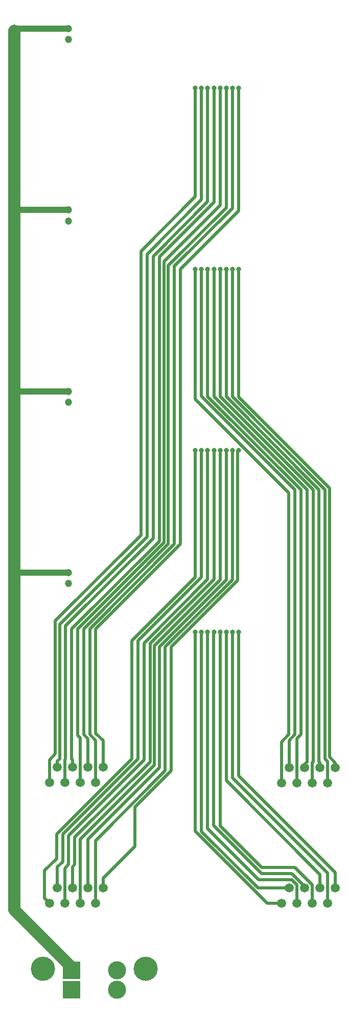
<source format=gbr>
G04 #@! TF.GenerationSoftware,KiCad,Pcbnew,5.0.1*
G04 #@! TF.CreationDate,2019-03-03T01:18:44-08:00*
G04 #@! TF.ProjectId,piboard,7069626F6172642E6B696361645F7063,rev?*
G04 #@! TF.SameCoordinates,Original*
G04 #@! TF.FileFunction,Copper,L2,Bot,Signal*
G04 #@! TF.FilePolarity,Positive*
%FSLAX46Y46*%
G04 Gerber Fmt 4.6, Leading zero omitted, Abs format (unit mm)*
G04 Created by KiCad (PCBNEW 5.0.1) date Sun 03 Mar 2019 01:18:44 AM PST*
%MOMM*%
%LPD*%
G01*
G04 APERTURE LIST*
G04 #@! TA.AperFunction,ComponentPad*
%ADD10C,0.800000*%
G04 #@! TD*
G04 #@! TA.AperFunction,ComponentPad*
%ADD11C,1.500000*%
G04 #@! TD*
G04 #@! TA.AperFunction,ComponentPad*
%ADD12R,3.000000X3.000000*%
G04 #@! TD*
G04 #@! TA.AperFunction,ComponentPad*
%ADD13C,3.000000*%
G04 #@! TD*
G04 #@! TA.AperFunction,ComponentPad*
%ADD14C,4.000000*%
G04 #@! TD*
G04 #@! TA.AperFunction,ComponentPad*
%ADD15C,1.200000*%
G04 #@! TD*
G04 #@! TA.AperFunction,Conductor*
%ADD16C,0.500000*%
G04 #@! TD*
G04 #@! TA.AperFunction,Conductor*
%ADD17C,2.000000*%
G04 #@! TD*
G04 #@! TA.AperFunction,Conductor*
%ADD18C,1.000000*%
G04 #@! TD*
G04 APERTURE END LIST*
D10*
G04 #@! TO.P,J6,8*
G04 #@! TO.N,Net-(J5-Pad8)*
X44500000Y-68500000D03*
G04 #@! TO.P,J6,7*
G04 #@! TO.N,Net-(J5-Pad7)*
X45520000Y-68500000D03*
G04 #@! TO.P,J6,6*
G04 #@! TO.N,Net-(J5-Pad6)*
X46540000Y-68500000D03*
G04 #@! TO.P,J6,5*
G04 #@! TO.N,Net-(J5-Pad5)*
X47560000Y-68500000D03*
G04 #@! TO.P,J6,4*
G04 #@! TO.N,Net-(J5-Pad4)*
X48580000Y-68500000D03*
G04 #@! TO.P,J6,3*
G04 #@! TO.N,Net-(J5-Pad3)*
X49600000Y-68500000D03*
G04 #@! TO.P,J6,2*
G04 #@! TO.N,Net-(J5-Pad2)*
X50620000Y-68500000D03*
G04 #@! TO.P,J6,1*
G04 #@! TO.N,Net-(J5-Pad1)*
X51640000Y-68500000D03*
G04 #@! TD*
D11*
G04 #@! TO.P,J3,8*
G04 #@! TO.N,Net-(J3-Pad8)*
X20340000Y-173390000D03*
G04 #@! TO.P,J3,7*
G04 #@! TO.N,Net-(J3-Pad7)*
X21610000Y-170850000D03*
G04 #@! TO.P,J3,6*
G04 #@! TO.N,Net-(J3-Pad6)*
X22880000Y-173390000D03*
G04 #@! TO.P,J3,5*
G04 #@! TO.N,Net-(J3-Pad5)*
X24150000Y-170850000D03*
G04 #@! TO.P,J3,4*
G04 #@! TO.N,Net-(J3-Pad4)*
X25420000Y-173390000D03*
G04 #@! TO.P,J3,3*
G04 #@! TO.N,Net-(J3-Pad3)*
X26690000Y-170850000D03*
G04 #@! TO.P,J3,2*
G04 #@! TO.N,Net-(J3-Pad2)*
X27960000Y-173390000D03*
G04 #@! TO.P,J3,1*
G04 #@! TO.N,Net-(J3-Pad1)*
X29230000Y-170850000D03*
G04 #@! TD*
G04 #@! TO.P,J1,8*
G04 #@! TO.N,Net-(J1-Pad8)*
X20340000Y-153390000D03*
G04 #@! TO.P,J1,7*
G04 #@! TO.N,Net-(J1-Pad7)*
X21610000Y-150850000D03*
G04 #@! TO.P,J1,6*
G04 #@! TO.N,Net-(J1-Pad6)*
X22880000Y-153390000D03*
G04 #@! TO.P,J1,5*
G04 #@! TO.N,Net-(J1-Pad5)*
X24150000Y-150850000D03*
G04 #@! TO.P,J1,4*
G04 #@! TO.N,Net-(J1-Pad4)*
X25420000Y-153390000D03*
G04 #@! TO.P,J1,3*
G04 #@! TO.N,Net-(J1-Pad3)*
X26690000Y-150850000D03*
G04 #@! TO.P,J1,2*
G04 #@! TO.N,Net-(J1-Pad2)*
X27960000Y-153390000D03*
G04 #@! TO.P,J1,1*
G04 #@! TO.N,Net-(J1-Pad1)*
X29230000Y-150850000D03*
G04 #@! TD*
G04 #@! TO.P,J5,1*
G04 #@! TO.N,Net-(J5-Pad1)*
X67675000Y-150975001D03*
G04 #@! TO.P,J5,2*
G04 #@! TO.N,Net-(J5-Pad2)*
X66405000Y-153515001D03*
G04 #@! TO.P,J5,3*
G04 #@! TO.N,Net-(J5-Pad3)*
X65135000Y-150975001D03*
G04 #@! TO.P,J5,4*
G04 #@! TO.N,Net-(J5-Pad4)*
X63865000Y-153515001D03*
G04 #@! TO.P,J5,5*
G04 #@! TO.N,Net-(J5-Pad5)*
X62595000Y-150975001D03*
G04 #@! TO.P,J5,6*
G04 #@! TO.N,Net-(J5-Pad6)*
X61325000Y-153515001D03*
G04 #@! TO.P,J5,7*
G04 #@! TO.N,Net-(J5-Pad7)*
X60055000Y-150975001D03*
G04 #@! TO.P,J5,8*
G04 #@! TO.N,Net-(J5-Pad8)*
X58785000Y-153515001D03*
G04 #@! TD*
D10*
G04 #@! TO.P,J8,8*
G04 #@! TO.N,Net-(J7-Pad8)*
X44500000Y-128500000D03*
G04 #@! TO.P,J8,7*
G04 #@! TO.N,Net-(J7-Pad7)*
X45520000Y-128500000D03*
G04 #@! TO.P,J8,6*
G04 #@! TO.N,Net-(J7-Pad6)*
X46540000Y-128500000D03*
G04 #@! TO.P,J8,5*
G04 #@! TO.N,Net-(J7-Pad5)*
X47560000Y-128500000D03*
G04 #@! TO.P,J8,4*
G04 #@! TO.N,Net-(J7-Pad4)*
X48580000Y-128500000D03*
G04 #@! TO.P,J8,3*
G04 #@! TO.N,Net-(J7-Pad3)*
X49600000Y-128500000D03*
G04 #@! TO.P,J8,2*
G04 #@! TO.N,Net-(J7-Pad2)*
X50620000Y-128500000D03*
G04 #@! TO.P,J8,1*
G04 #@! TO.N,Net-(J7-Pad1)*
X51640000Y-128500000D03*
G04 #@! TD*
G04 #@! TO.P,J2,8*
G04 #@! TO.N,Net-(J1-Pad8)*
X44500000Y-38500000D03*
G04 #@! TO.P,J2,7*
G04 #@! TO.N,Net-(J1-Pad7)*
X45520000Y-38500000D03*
G04 #@! TO.P,J2,6*
G04 #@! TO.N,Net-(J1-Pad6)*
X46540000Y-38500000D03*
G04 #@! TO.P,J2,5*
G04 #@! TO.N,Net-(J1-Pad5)*
X47560000Y-38500000D03*
G04 #@! TO.P,J2,4*
G04 #@! TO.N,Net-(J1-Pad4)*
X48580000Y-38500000D03*
G04 #@! TO.P,J2,3*
G04 #@! TO.N,Net-(J1-Pad3)*
X49600000Y-38500000D03*
G04 #@! TO.P,J2,2*
G04 #@! TO.N,Net-(J1-Pad2)*
X50620000Y-38500000D03*
G04 #@! TO.P,J2,1*
G04 #@! TO.N,Net-(J1-Pad1)*
X51640000Y-38500000D03*
G04 #@! TD*
G04 #@! TO.P,J4,1*
G04 #@! TO.N,Net-(J3-Pad1)*
X51640000Y-98500000D03*
G04 #@! TO.P,J4,2*
G04 #@! TO.N,Net-(J3-Pad2)*
X50620000Y-98500000D03*
G04 #@! TO.P,J4,3*
G04 #@! TO.N,Net-(J3-Pad3)*
X49600000Y-98500000D03*
G04 #@! TO.P,J4,4*
G04 #@! TO.N,Net-(J3-Pad4)*
X48580000Y-98500000D03*
G04 #@! TO.P,J4,5*
G04 #@! TO.N,Net-(J3-Pad5)*
X47560000Y-98500000D03*
G04 #@! TO.P,J4,6*
G04 #@! TO.N,Net-(J3-Pad6)*
X46540000Y-98500000D03*
G04 #@! TO.P,J4,7*
G04 #@! TO.N,Net-(J3-Pad7)*
X45520000Y-98500000D03*
G04 #@! TO.P,J4,8*
G04 #@! TO.N,Net-(J3-Pad8)*
X44500000Y-98500000D03*
G04 #@! TD*
D12*
G04 #@! TO.P,J13,1*
G04 #@! TO.N,Net-(J13-Pad1)*
X24000000Y-184500000D03*
X24000000Y-187680000D03*
D13*
G04 #@! TO.P,J13,2*
G04 #@! TO.N,Net-(J13-Pad2)*
X31490000Y-184500000D03*
X31490000Y-187680000D03*
D14*
G04 #@! TO.P,J13,*
G04 #@! TO.N,*
X19250000Y-184250000D03*
X36240000Y-184250000D03*
G04 #@! TD*
D11*
G04 #@! TO.P,J7,8*
G04 #@! TO.N,Net-(J7-Pad8)*
X58770000Y-173390000D03*
G04 #@! TO.P,J7,7*
G04 #@! TO.N,Net-(J7-Pad7)*
X60040000Y-170850000D03*
G04 #@! TO.P,J7,6*
G04 #@! TO.N,Net-(J7-Pad6)*
X61310000Y-173390000D03*
G04 #@! TO.P,J7,5*
G04 #@! TO.N,Net-(J7-Pad5)*
X62580000Y-170850000D03*
G04 #@! TO.P,J7,4*
G04 #@! TO.N,Net-(J7-Pad4)*
X63850000Y-173390000D03*
G04 #@! TO.P,J7,3*
G04 #@! TO.N,Net-(J7-Pad3)*
X65120000Y-170850000D03*
G04 #@! TO.P,J7,2*
G04 #@! TO.N,Net-(J7-Pad2)*
X66390000Y-173390000D03*
G04 #@! TO.P,J7,1*
G04 #@! TO.N,Net-(J7-Pad1)*
X67660000Y-170850000D03*
G04 #@! TD*
D15*
G04 #@! TO.P,J14,2*
G04 #@! TO.N,Net-(J13-Pad1)*
X23500000Y-58700000D03*
G04 #@! TO.P,J14,1*
G04 #@! TO.N,Net-(J13-Pad2)*
X23500000Y-60500000D03*
G04 #@! TD*
G04 #@! TO.P,J15,1*
G04 #@! TO.N,Net-(J13-Pad2)*
X23500000Y-90500000D03*
G04 #@! TO.P,J15,2*
G04 #@! TO.N,Net-(J13-Pad1)*
X23500000Y-88700000D03*
G04 #@! TD*
G04 #@! TO.P,J16,2*
G04 #@! TO.N,Net-(J13-Pad1)*
X23500000Y-118700000D03*
G04 #@! TO.P,J16,1*
G04 #@! TO.N,Net-(J13-Pad2)*
X23500000Y-120500000D03*
G04 #@! TD*
G04 #@! TO.P,J17,1*
G04 #@! TO.N,Net-(J13-Pad2)*
X23500000Y-30500000D03*
G04 #@! TO.P,J17,2*
G04 #@! TO.N,Net-(J13-Pad1)*
X23500000Y-28700000D03*
G04 #@! TD*
D16*
G04 #@! TO.N,Net-(J7-Pad1)*
X67660000Y-170850000D02*
X67660000Y-168336990D01*
X51640000Y-152316990D02*
X51640000Y-128500000D01*
X67660000Y-168336990D02*
X51640000Y-152316990D01*
G04 #@! TO.N,Net-(J7-Pad2)*
X66390000Y-173390000D02*
X66390000Y-168390000D01*
X50620000Y-152620000D02*
X50620000Y-128500000D01*
X66390000Y-168390000D02*
X50620000Y-152620000D01*
G04 #@! TO.N,Net-(J7-Pad3)*
X65120000Y-170850000D02*
X65120000Y-168620000D01*
X49600000Y-153100000D02*
X49600000Y-128500000D01*
X65120000Y-168620000D02*
X49600000Y-153100000D01*
G04 #@! TO.N,Net-(J7-Pad4)*
X63850000Y-173390000D02*
X63850000Y-170350000D01*
X63850000Y-170350000D02*
X61000000Y-167500000D01*
X61000000Y-167500000D02*
X55500000Y-167500000D01*
X48580000Y-160580000D02*
X48580000Y-128500000D01*
X55500000Y-167500000D02*
X48580000Y-160580000D01*
G04 #@! TO.N,Net-(J7-Pad5)*
X62580000Y-170580000D02*
X60500000Y-168500000D01*
X60500000Y-168500000D02*
X55500000Y-168500000D01*
X55500000Y-168500000D02*
X47500000Y-160500000D01*
X47500000Y-160500000D02*
X47500000Y-128560000D01*
G04 #@! TO.N,Net-(J7-Pad6)*
X61310000Y-173390000D02*
X61310000Y-170310000D01*
X61310000Y-170310000D02*
X60500000Y-169500000D01*
X60500000Y-169500000D02*
X55000000Y-169500000D01*
X46540000Y-161040000D02*
X46540000Y-128500000D01*
X55000000Y-169500000D02*
X46540000Y-161040000D01*
G04 #@! TO.N,Net-(J7-Pad7)*
X60040000Y-170850000D02*
X54850000Y-170850000D01*
X45520000Y-161520000D02*
X45520000Y-128500000D01*
X54850000Y-170850000D02*
X45520000Y-161520000D01*
G04 #@! TO.N,Net-(J7-Pad8)*
X58770000Y-173390000D02*
X56390000Y-173390000D01*
X44500000Y-161500000D02*
X44500000Y-128500000D01*
X56390000Y-173390000D02*
X44500000Y-161500000D01*
G04 #@! TO.N,Net-(J5-Pad8)*
X44500000Y-90000000D02*
X44500000Y-68500000D01*
X60000000Y-105500000D02*
X44500000Y-90000000D01*
X60000000Y-145500000D02*
X60000000Y-105500000D01*
X58785000Y-153515001D02*
X58785000Y-146715000D01*
X58785000Y-146715000D02*
X60000000Y-145500000D01*
G04 #@! TO.N,Net-(J5-Pad7)*
X45500000Y-89500000D02*
X45500000Y-68520000D01*
X61000000Y-105000000D02*
X45500000Y-89500000D01*
X60055000Y-150975001D02*
X60055000Y-146445000D01*
X61000000Y-145500000D02*
X61000000Y-105000000D01*
X60055000Y-146445000D02*
X61000000Y-145500000D01*
G04 #@! TO.N,Net-(J5-Pad6)*
X46540000Y-89540000D02*
X46540000Y-68500000D01*
X62000000Y-105000000D02*
X46540000Y-89540000D01*
X62000000Y-145500000D02*
X62000000Y-105000000D01*
X61325000Y-153515001D02*
X61325000Y-146175000D01*
X61325000Y-146175000D02*
X62000000Y-145500000D01*
G04 #@! TO.N,Net-(J5-Pad5)*
X63000000Y-105000000D02*
X47560000Y-89560000D01*
X47560000Y-89560000D02*
X47560000Y-68500000D01*
X63000000Y-150000000D02*
X63000000Y-105000000D01*
X62595000Y-150975001D02*
X62595000Y-150405000D01*
X62595000Y-150405000D02*
X63000000Y-150000000D01*
G04 #@! TO.N,Net-(J5-Pad4)*
X48580000Y-89580000D02*
X48580000Y-68500000D01*
X64000000Y-105000000D02*
X48580000Y-89580000D01*
X64000000Y-150000000D02*
X64000000Y-105000000D01*
X63865000Y-153515001D02*
X63865000Y-150135000D01*
X63865000Y-150135000D02*
X64000000Y-150000000D01*
G04 #@! TO.N,Net-(J5-Pad3)*
X49600000Y-89600000D02*
X49600000Y-68500000D01*
X65000000Y-150000000D02*
X65000000Y-105000000D01*
X65000000Y-105000000D02*
X49600000Y-89600000D01*
X65135000Y-150975001D02*
X65135000Y-150135000D01*
X65135000Y-150135000D02*
X65000000Y-150000000D01*
G04 #@! TO.N,Net-(J5-Pad2)*
X50620000Y-89620000D02*
X50620000Y-68500000D01*
X66000000Y-105000000D02*
X50620000Y-89620000D01*
X66405000Y-153515001D02*
X66405000Y-149905000D01*
X66000000Y-149500000D02*
X66000000Y-105000000D01*
X66405000Y-149905000D02*
X66000000Y-149500000D01*
G04 #@! TO.N,Net-(J5-Pad1)*
X66703010Y-104703010D02*
X51640000Y-89640000D01*
X66703010Y-149203010D02*
X66703010Y-104703010D01*
X51640000Y-89640000D02*
X51640000Y-68500000D01*
X67675000Y-150975001D02*
X67675000Y-150175000D01*
X67675000Y-150175000D02*
X66703010Y-149203010D01*
G04 #@! TO.N,Net-(J3-Pad1)*
X51500000Y-120000000D02*
X51500000Y-98640000D01*
X29230000Y-169270000D02*
X34500000Y-164000000D01*
X40500000Y-151500000D02*
X40500000Y-131000000D01*
X29230000Y-170850000D02*
X29230000Y-169270000D01*
X34500000Y-157500000D02*
X40500000Y-151500000D01*
X34500000Y-164000000D02*
X34500000Y-157500000D01*
X40500000Y-131000000D02*
X51500000Y-120000000D01*
G04 #@! TO.N,Net-(J3-Pad2)*
X39500000Y-131000000D02*
X50620000Y-119880000D01*
X27960000Y-173390000D02*
X27960000Y-163040000D01*
X50620000Y-119880000D02*
X50620000Y-98500000D01*
X39500000Y-151500000D02*
X39500000Y-131000000D01*
X27960000Y-163040000D02*
X39500000Y-151500000D01*
G04 #@! TO.N,Net-(J3-Pad3)*
X49600000Y-119900000D02*
X49600000Y-98500000D01*
X38500000Y-131000000D02*
X49600000Y-119900000D01*
X38500000Y-151000000D02*
X38500000Y-131000000D01*
X26690000Y-170850000D02*
X26690000Y-162810000D01*
X26690000Y-162810000D02*
X38500000Y-151000000D01*
G04 #@! TO.N,Net-(J3-Pad4)*
X48580000Y-119920000D02*
X48580000Y-98500000D01*
X37703010Y-150500000D02*
X37703010Y-130796990D01*
X25420000Y-173390000D02*
X25420000Y-162783010D01*
X37703010Y-130796990D02*
X48580000Y-119920000D01*
X25420000Y-162783010D02*
X37703010Y-150500000D01*
G04 #@! TO.N,Net-(J3-Pad5)*
X24150000Y-167350000D02*
X24500000Y-167000000D01*
X24500000Y-162500000D02*
X37000000Y-150000000D01*
X37000000Y-150000000D02*
X37000000Y-130376990D01*
X47560000Y-119816990D02*
X47560000Y-98500000D01*
X24150000Y-170850000D02*
X24150000Y-167350000D01*
X24500000Y-167000000D02*
X24500000Y-162500000D01*
X37000000Y-130376990D02*
X47560000Y-119816990D01*
G04 #@! TO.N,Net-(J3-Pad6)*
X46540000Y-119842784D02*
X46540000Y-98500000D01*
X22880000Y-167620000D02*
X23500000Y-167000000D01*
X23500000Y-167000000D02*
X23500000Y-162203010D01*
X23500000Y-162203010D02*
X36000000Y-149703010D01*
X22880000Y-173390000D02*
X22880000Y-167620000D01*
X36000000Y-130382784D02*
X46540000Y-119842784D01*
X36000000Y-149703010D02*
X36000000Y-130382784D01*
G04 #@! TO.N,Net-(J3-Pad7)*
X45520000Y-119480000D02*
X45520000Y-98500000D01*
X21610000Y-167390000D02*
X22500000Y-166500000D01*
X21610000Y-170850000D02*
X21610000Y-167390000D01*
X22500000Y-166500000D02*
X22500000Y-162000000D01*
X22500000Y-162000000D02*
X35000000Y-149500000D01*
X35000000Y-130000000D02*
X45520000Y-119480000D01*
X35000000Y-149500000D02*
X35000000Y-130000000D01*
G04 #@! TO.N,Net-(J3-Pad8)*
X44500000Y-119500000D02*
X44500000Y-98500000D01*
X34000000Y-130000000D02*
X44500000Y-119500000D01*
X19500000Y-172550000D02*
X19500000Y-168000000D01*
X20340000Y-173390000D02*
X19500000Y-172550000D01*
X19500000Y-168000000D02*
X21500000Y-166000000D01*
X21500000Y-166000000D02*
X21500000Y-162000000D01*
X21500000Y-162000000D02*
X34000000Y-149500000D01*
X34000000Y-149500000D02*
X34000000Y-130000000D01*
G04 #@! TO.N,Net-(J1-Pad8)*
X44500000Y-56500000D02*
X44500000Y-38500000D01*
X20340000Y-153390000D02*
X20340000Y-149660000D01*
X21296990Y-148703010D02*
X21296990Y-126703010D01*
X21296990Y-126703010D02*
X35500000Y-112500000D01*
X35500000Y-112500000D02*
X35500000Y-65500000D01*
X20340000Y-149660000D02*
X21296990Y-148703010D01*
X35500000Y-65500000D02*
X44500000Y-56500000D01*
G04 #@! TO.N,Net-(J1-Pad7)*
X45520000Y-56980000D02*
X45520000Y-38500000D01*
X22000000Y-149500000D02*
X22000000Y-127296990D01*
X22000000Y-127296990D02*
X36500000Y-112796990D01*
X36500000Y-112796990D02*
X36500000Y-66000000D01*
X21610000Y-149890000D02*
X22000000Y-149500000D01*
X21610000Y-150850000D02*
X21610000Y-149890000D01*
X36500000Y-66000000D02*
X45520000Y-56980000D01*
G04 #@! TO.N,Net-(J1-Pad6)*
X46540000Y-57316990D02*
X46540000Y-38500000D01*
X22880000Y-153390000D02*
X22880000Y-149620000D01*
X22880000Y-149620000D02*
X23000000Y-149500000D01*
X23000000Y-149500000D02*
X23000000Y-127500000D01*
X23000000Y-127500000D02*
X37500000Y-113000000D01*
X37500000Y-113000000D02*
X37500000Y-66356990D01*
X37500000Y-66356990D02*
X46540000Y-57316990D01*
G04 #@! TO.N,Net-(J1-Pad5)*
X47560000Y-57440000D02*
X47560000Y-38500000D01*
X24000000Y-149500000D02*
X24000000Y-128000000D01*
X24150000Y-150850000D02*
X24150000Y-149650000D01*
X24000000Y-128000000D02*
X38500000Y-113500000D01*
X24150000Y-149650000D02*
X24000000Y-149500000D01*
X38500000Y-66500000D02*
X47560000Y-57440000D01*
X38500000Y-113500000D02*
X38500000Y-66500000D01*
G04 #@! TO.N,Net-(J1-Pad4)*
X48580000Y-57920000D02*
X48580000Y-38500000D01*
X25420000Y-146080000D02*
X25000000Y-145660000D01*
X25420000Y-153390000D02*
X25420000Y-146080000D01*
X25000000Y-145660000D02*
X25000000Y-128000000D01*
X25000000Y-128000000D02*
X39296990Y-113703010D01*
X39296990Y-113703010D02*
X39296990Y-67203010D01*
X39296990Y-67203010D02*
X48580000Y-57920000D01*
G04 #@! TO.N,Net-(J1-Pad3)*
X26690000Y-146190000D02*
X26000000Y-145500000D01*
X40000000Y-114000000D02*
X40000000Y-67916990D01*
X26690000Y-150850000D02*
X26690000Y-146190000D01*
X49600000Y-58316990D02*
X49600000Y-38500000D01*
X26000000Y-145500000D02*
X26000000Y-128000000D01*
X40000000Y-67916990D02*
X49600000Y-58316990D01*
X26000000Y-128000000D02*
X40000000Y-114000000D01*
G04 #@! TO.N,Net-(J1-Pad2)*
X50620000Y-58380000D02*
X50620000Y-38500000D01*
X27960000Y-146460000D02*
X27000000Y-145500000D01*
X41000000Y-114000000D02*
X41000000Y-68000000D01*
X27960000Y-153390000D02*
X27960000Y-146460000D01*
X27000000Y-128000000D02*
X41000000Y-114000000D01*
X27000000Y-145500000D02*
X27000000Y-128000000D01*
X41000000Y-68000000D02*
X50620000Y-58380000D01*
G04 #@! TO.N,Net-(J1-Pad1)*
X51640000Y-58860000D02*
X51640000Y-38500000D01*
X42000000Y-68500000D02*
X51640000Y-58860000D01*
X28000000Y-128000000D02*
X42000000Y-114000000D01*
X29230000Y-150850000D02*
X29230000Y-146497842D01*
X28000000Y-145267842D02*
X28000000Y-128000000D01*
X42000000Y-114000000D02*
X42000000Y-68500000D01*
X29230000Y-146497842D02*
X28000000Y-145267842D01*
D17*
G04 #@! TO.N,Net-(J13-Pad1)*
X24000000Y-184000000D02*
X14500000Y-174500000D01*
X14500000Y-31000000D02*
X14500000Y-29000000D01*
D18*
X14700000Y-118700000D02*
X14500000Y-118500000D01*
X23500000Y-118700000D02*
X14700000Y-118700000D01*
D17*
X14500000Y-174500000D02*
X14500000Y-118500000D01*
D18*
X14700000Y-88700000D02*
X14500000Y-88500000D01*
X23500000Y-88700000D02*
X14700000Y-88700000D01*
D17*
X14500000Y-118500000D02*
X14500000Y-88500000D01*
D18*
X14800000Y-58700000D02*
X14500000Y-59000000D01*
D17*
X14500000Y-88500000D02*
X14500000Y-59000000D01*
D18*
X23500000Y-58700000D02*
X14800000Y-58700000D01*
D17*
X14500000Y-59000000D02*
X14500000Y-31000000D01*
D18*
X14800000Y-28700000D02*
X14500000Y-29000000D01*
X23500000Y-28700000D02*
X14800000Y-28700000D01*
G04 #@! TD*
M02*

</source>
